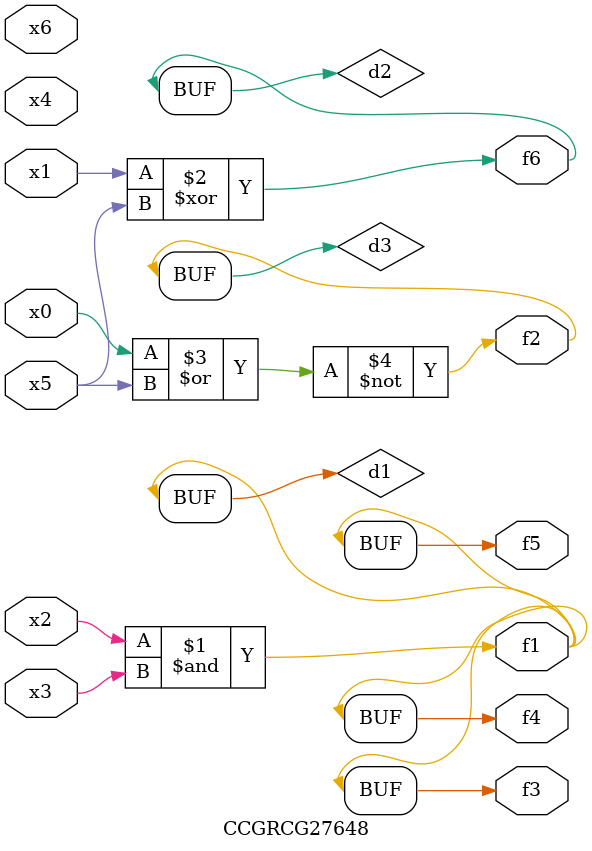
<source format=v>
module CCGRCG27648(
	input x0, x1, x2, x3, x4, x5, x6,
	output f1, f2, f3, f4, f5, f6
);

	wire d1, d2, d3;

	and (d1, x2, x3);
	xor (d2, x1, x5);
	nor (d3, x0, x5);
	assign f1 = d1;
	assign f2 = d3;
	assign f3 = d1;
	assign f4 = d1;
	assign f5 = d1;
	assign f6 = d2;
endmodule

</source>
